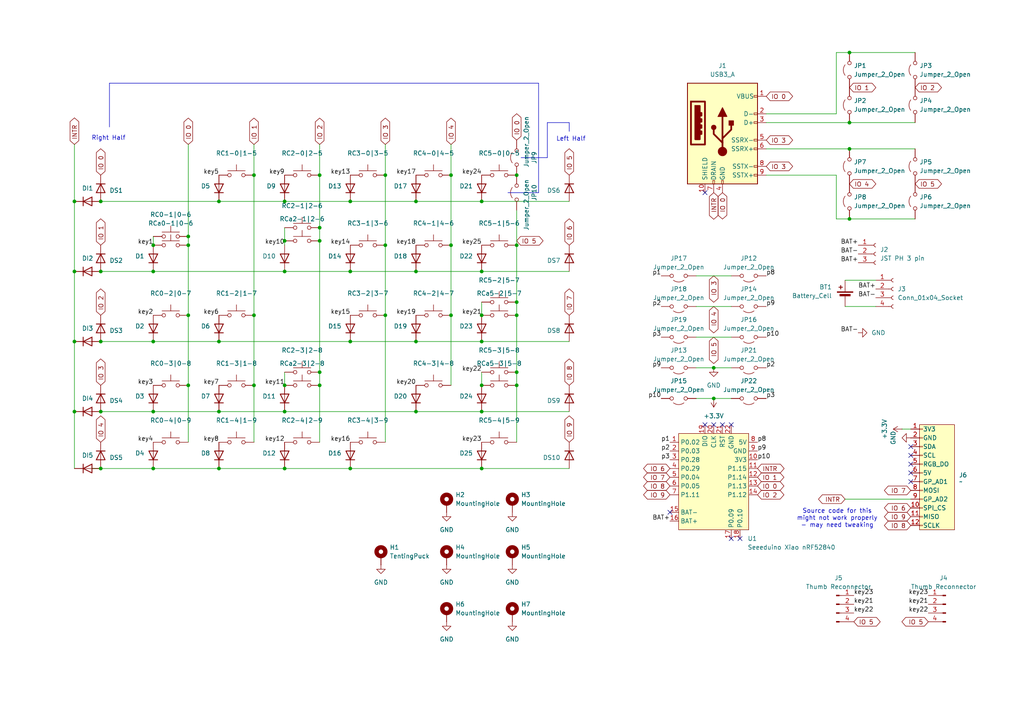
<source format=kicad_sch>
(kicad_sch (version 20231120) (generator "eeschema") (generator_version "8.0")
  (paper "A4")
  (junction (at 246.38 35.56))
  (junction (at 111.76 50.8))
  (junction (at 29.21 119.38))
  (junction (at 130.81 50.8))
  (junction (at 92.71 69.85))
  (junction (at 21.59 119.38))
  (junction (at 149.86 111.76))
  (junction (at 21.59 99.06))
  (junction (at 44.45 71.12))
  (junction (at 120.65 58.42))
  (junction (at 149.86 87.63))
  (junction (at 63.5 119.38))
  (junction (at 139.7 58.42))
  (junction (at 82.55 78.74))
  (junction (at 63.5 99.06))
  (junction (at 101.6 135.89))
  (junction (at 139.7 111.76))
  (junction (at 246.38 43.18))
  (junction (at 111.76 71.12))
  (junction (at 149.86 91.44))
  (junction (at 101.6 58.42))
  (junction (at 139.7 119.38))
  (junction (at 139.7 91.44))
  (junction (at 82.55 111.76))
  (junction (at 149.86 50.8))
  (junction (at 44.45 119.38))
  (junction (at 149.86 107.95))
  (junction (at 246.38 15.24))
  (junction (at 21.59 78.74))
  (junction (at 73.66 111.76))
  (junction (at 54.61 111.76))
  (junction (at 130.81 91.44))
  (junction (at 139.7 135.89))
  (junction (at 82.55 135.89))
  (junction (at 207.01 106.68))
  (junction (at 29.21 78.74))
  (junction (at 92.71 111.76))
  (junction (at 29.21 99.06))
  (junction (at 82.55 69.85))
  (junction (at 207.01 115.57))
  (junction (at 149.86 71.12))
  (junction (at 120.65 119.38))
  (junction (at 29.21 135.89))
  (junction (at 111.76 91.44))
  (junction (at 73.66 91.44))
  (junction (at 44.45 99.06))
  (junction (at 92.71 107.95))
  (junction (at 92.71 50.8))
  (junction (at 82.55 119.38))
  (junction (at 63.5 58.42))
  (junction (at 82.55 58.42))
  (junction (at 21.59 58.42))
  (junction (at 54.61 68.58))
  (junction (at 101.6 99.06))
  (junction (at 44.45 135.89))
  (junction (at 44.45 78.74))
  (junction (at 139.7 99.06))
  (junction (at 54.61 91.44))
  (junction (at 29.21 58.42))
  (junction (at 120.65 78.74))
  (junction (at 92.71 66.04))
  (junction (at 120.65 99.06))
  (junction (at 73.66 50.8))
  (junction (at 139.7 78.74))
  (junction (at 246.38 63.5))
  (junction (at 54.61 71.12))
  (junction (at 130.81 71.12))
  (junction (at 101.6 78.74))
  (junction (at 63.5 135.89))
  (no_connect (at 264.16 139.7))
  (no_connect (at 204.47 55.88))
  (no_connect (at 209.55 123.19))
  (no_connect (at 264.16 137.16))
  (no_connect (at 264.16 129.54))
  (no_connect (at 214.63 156.21))
  (no_connect (at 207.01 123.19))
  (no_connect (at 212.09 123.19))
  (no_connect (at 264.16 132.08))
  (no_connect (at 264.16 134.62))
  (no_connect (at 204.47 123.19))
  (no_connect (at 212.09 156.21))
  (no_connect (at 194.31 148.59))
  (wire (pts (xy 21.59 58.42) (xy 21.59 78.74)))
  (wire (pts (xy 149.86 91.44) (xy 149.86 107.95)))
  (wire (pts (xy 21.59 99.06) (xy 21.59 119.38)))
  (wire (pts (xy 54.61 41.91) (xy 54.61 68.58)))
  (wire (pts (xy 201.93 97.79) (xy 212.09 97.79)))
  (polyline (pts (xy 156.21 55.88) (xy 156.21 24.13)))
  (wire (pts (xy 111.76 71.12) (xy 111.76 91.44)))
  (polyline (pts (xy 31.75 24.13) (xy 31.75 36.83)))
  (wire (pts (xy 201.93 106.68) (xy 207.01 106.68)))
  (wire (pts (xy 130.81 91.44) (xy 130.81 111.76)))
  (wire (pts (xy 44.45 135.89) (xy 63.5 135.89)))
  (wire (pts (xy 139.7 87.63) (xy 139.7 91.44)))
  (wire (pts (xy 245.11 81.28) (xy 254 81.28)))
  (wire (pts (xy 246.38 63.5) (xy 265.43 63.5)))
  (wire (pts (xy 201.93 115.57) (xy 207.01 115.57)))
  (polyline (pts (xy 151.13 45.72) (xy 158.75 45.72)))
  (wire (pts (xy 242.57 15.24) (xy 246.38 15.24)))
  (wire (pts (xy 82.55 78.74) (xy 101.6 78.74)))
  (wire (pts (xy 63.5 99.06) (xy 101.6 99.06)))
  (wire (pts (xy 54.61 91.44) (xy 54.61 111.76)))
  (wire (pts (xy 120.65 99.06) (xy 139.7 99.06)))
  (wire (pts (xy 242.57 50.8) (xy 242.57 63.5)))
  (wire (pts (xy 92.71 111.76) (xy 92.71 128.27)))
  (wire (pts (xy 149.86 87.63) (xy 149.86 91.44)))
  (wire (pts (xy 54.61 68.58) (xy 54.61 71.12)))
  (wire (pts (xy 242.57 50.8) (xy 222.25 50.8)))
  (wire (pts (xy 139.7 99.06) (xy 165.1 99.06)))
  (polyline (pts (xy 158.75 45.72) (xy 158.75 35.56)))
  (wire (pts (xy 92.71 69.85) (xy 92.71 107.95)))
  (wire (pts (xy 245.11 144.78) (xy 264.16 144.78)))
  (wire (pts (xy 111.76 41.91) (xy 111.76 50.8)))
  (wire (pts (xy 101.6 58.42) (xy 120.65 58.42)))
  (wire (pts (xy 92.71 41.91) (xy 92.71 50.8)))
  (wire (pts (xy 246.38 43.18) (xy 265.43 43.18)))
  (wire (pts (xy 29.21 58.42) (xy 63.5 58.42)))
  (wire (pts (xy 201.93 88.9) (xy 212.09 88.9)))
  (wire (pts (xy 111.76 50.8) (xy 111.76 71.12)))
  (wire (pts (xy 101.6 135.89) (xy 139.7 135.89)))
  (wire (pts (xy 261.62 124.46) (xy 264.16 124.46)))
  (wire (pts (xy 21.59 41.91) (xy 21.59 58.42)))
  (wire (pts (xy 82.55 66.04) (xy 82.55 69.85)))
  (wire (pts (xy 101.6 78.74) (xy 120.65 78.74)))
  (wire (pts (xy 54.61 111.76) (xy 54.61 128.27)))
  (wire (pts (xy 44.45 119.38) (xy 63.5 119.38)))
  (wire (pts (xy 222.25 43.18) (xy 246.38 43.18)))
  (wire (pts (xy 246.38 15.24) (xy 265.43 15.24)))
  (wire (pts (xy 222.25 35.56) (xy 246.38 35.56)))
  (polyline (pts (xy 156.21 24.13) (xy 31.75 24.13)))
  (wire (pts (xy 120.65 78.74) (xy 139.7 78.74)))
  (wire (pts (xy 130.81 50.8) (xy 130.81 71.12)))
  (wire (pts (xy 149.86 71.12) (xy 149.86 87.63)))
  (wire (pts (xy 73.66 50.8) (xy 73.66 91.44)))
  (wire (pts (xy 73.66 41.91) (xy 73.66 50.8)))
  (wire (pts (xy 29.21 135.89) (xy 44.45 135.89)))
  (wire (pts (xy 111.76 91.44) (xy 111.76 128.27)))
  (wire (pts (xy 245.11 88.9) (xy 254 88.9)))
  (wire (pts (xy 44.45 78.74) (xy 82.55 78.74)))
  (wire (pts (xy 29.21 119.38) (xy 44.45 119.38)))
  (wire (pts (xy 130.81 41.91) (xy 130.81 50.8)))
  (wire (pts (xy 139.7 135.89) (xy 165.1 135.89)))
  (wire (pts (xy 207.01 106.68) (xy 212.09 106.68)))
  (wire (pts (xy 82.55 107.95) (xy 82.55 111.76)))
  (wire (pts (xy 73.66 111.76) (xy 73.66 128.27)))
  (wire (pts (xy 165.1 119.38) (xy 139.7 119.38)))
  (wire (pts (xy 63.5 58.42) (xy 82.55 58.42)))
  (wire (pts (xy 242.57 33.02) (xy 242.57 15.24)))
  (wire (pts (xy 82.55 58.42) (xy 101.6 58.42)))
  (wire (pts (xy 92.71 107.95) (xy 92.71 111.76)))
  (wire (pts (xy 130.81 71.12) (xy 130.81 91.44)))
  (wire (pts (xy 29.21 99.06) (xy 44.45 99.06)))
  (wire (pts (xy 82.55 119.38) (xy 120.65 119.38)))
  (wire (pts (xy 242.57 63.5) (xy 246.38 63.5)))
  (wire (pts (xy 149.86 60.96) (xy 149.86 71.12)))
  (wire (pts (xy 63.5 119.38) (xy 82.55 119.38)))
  (wire (pts (xy 29.21 135.89) (xy 26.67 135.89)))
  (wire (pts (xy 149.86 107.95) (xy 149.86 111.76)))
  (wire (pts (xy 101.6 99.06) (xy 120.65 99.06)))
  (wire (pts (xy 242.57 33.02) (xy 222.25 33.02)))
  (polyline (pts (xy 147.32 55.88) (xy 156.21 55.88)))
  (wire (pts (xy 139.7 78.74) (xy 165.1 78.74)))
  (wire (pts (xy 120.65 119.38) (xy 139.7 119.38)))
  (wire (pts (xy 29.21 78.74) (xy 44.45 78.74)))
  (wire (pts (xy 44.45 68.58) (xy 44.45 71.12)))
  (wire (pts (xy 139.7 58.42) (xy 165.1 58.42)))
  (wire (pts (xy 82.55 135.89) (xy 101.6 135.89)))
  (wire (pts (xy 139.7 107.95) (xy 139.7 111.76)))
  (wire (pts (xy 201.93 80.01) (xy 212.09 80.01)))
  (wire (pts (xy 92.71 66.04) (xy 92.71 69.85)))
  (polyline (pts (xy 165.1 35.56) (xy 165.1 38.1)))
  (wire (pts (xy 44.45 99.06) (xy 63.5 99.06)))
  (wire (pts (xy 82.55 69.85) (xy 82.55 71.12)))
  (wire (pts (xy 92.71 50.8) (xy 92.71 66.04)))
  (wire (pts (xy 21.59 119.38) (xy 21.59 135.89)))
  (wire (pts (xy 73.66 91.44) (xy 73.66 111.76)))
  (wire (pts (xy 207.01 115.57) (xy 212.09 115.57)))
  (wire (pts (xy 246.38 35.56) (xy 265.43 35.56)))
  (wire (pts (xy 54.61 71.12) (xy 54.61 91.44)))
  (polyline (pts (xy 158.75 35.56) (xy 165.1 35.56)))
  (wire (pts (xy 120.65 58.42) (xy 139.7 58.42)))
  (wire (pts (xy 63.5 135.89) (xy 82.55 135.89)))
  (wire (pts (xy 21.59 78.74) (xy 21.59 99.06)))
  (wire (pts (xy 149.86 111.76) (xy 149.86 128.27)))
  (text "Source code for this\nmight not work properly\n- may need tweaking" (at 242.824 150.368 0) (effects (font (size 1.27 1.27))))
  (text "Right Half" (at 31.496 40.132 0) (effects (font (size 1.27 1.27))))
  (text "Left Half" (at 165.608 40.386 0) (effects (font (size 1.27 1.27))))
  (label "key22" (at 139.7 107.95 180))
  (label "key23" (at 139.7 128.27 180))
  (label "p9" (at 222.25 88.9 0))
  (label "BAT+" (at 254 83.82 180))
  (label "p2" (at 194.31 130.81 180))
  (label "key21" (at 139.7 91.44 180))
  (label "key8" (at 63.5 128.27 180))
  (label "key20" (at 120.65 111.76 180))
  (label "p3" (at 191.77 97.79 180))
  (label "key19" (at 120.65 91.44 180))
  (label "p9" (at 191.77 106.68 180))
  (label "key23" (at 247.65 172.72 0))
  (label "BAT+" (at 248.92 76.2 180))
  (label "key14" (at 101.6 71.12 180))
  (label "key21" (at 269.24 175.26 180))
  (label "key5" (at 63.5 50.8 180))
  (label "key22" (at 269.24 177.8 180))
  (label "key17" (at 120.65 50.8 180))
  (label "key13" (at 101.6 50.8 180))
  (label "BAT-" (at 248.92 96.52 180))
  (label "key10" (at 82.55 71.12 180))
  (label "key24" (at 139.7 50.8 180))
  (label "p3" (at 194.31 133.35 180))
  (label "p8" (at 222.25 80.01 0))
  (label "key2" (at 44.45 91.44 180))
  (label "key18" (at 120.65 71.12 180))
  (label "p2" (at 191.77 88.9 180))
  (label "key9" (at 82.55 50.8 180))
  (label "p10" (at 191.77 115.57 180))
  (label "p1" (at 191.77 80.01 180))
  (label "key6" (at 63.5 91.44 180))
  (label "key7" (at 63.5 111.76 180))
  (label "key25" (at 139.7 71.12 180))
  (label "p9" (at 219.71 130.81 0))
  (label "p2" (at 222.25 106.68 0))
  (label "key16" (at 101.6 128.27 180))
  (label "key15" (at 101.6 91.44 180))
  (label "key12" (at 82.55 128.27 180))
  (label "key1" (at 44.45 71.12 180))
  (label "key11" (at 82.55 111.76 180))
  (label "p10" (at 219.71 133.35 0))
  (label "BAT-" (at 254 86.36 180))
  (label "key22" (at 247.65 177.8 0))
  (label "p3" (at 222.25 115.57 0))
  (label "key3" (at 44.45 111.76 180))
  (label "p10" (at 222.25 97.79 0))
  (label "p8" (at 219.71 128.27 0))
  (label "BAT+" (at 248.92 71.12 180))
  (label "key21" (at 247.65 175.26 0))
  (label "key23" (at 269.24 172.72 180))
  (label "BAT-" (at 248.92 73.66 180))
  (label "BAT+" (at 194.31 151.13 180))
  (label "p1" (at 194.31 128.27 180))
  (label "key4" (at 44.45 128.27 180))
  (global_label "IO 2" (shape bidirectional) (at 265.43 25.4 0) (property "Intersheetrefs" "${INTERSHEET_REFS}" (effects (hide yes))))
  (global_label "IO 0" (shape bidirectional) (at 29.21 50.8 90) (property "Intersheetrefs" "${INTERSHEET_REFS}" (effects (hide yes))))
  (global_label "IO 6" (shape bidirectional) (at 194.31 135.89 180) (property "Intersheetrefs" "${INTERSHEET_REFS}" (effects (hide yes))))
  (global_label "IO 3" (shape bidirectional) (at 207.01 80.01 270) (property "Intersheetrefs" "${INTERSHEET_REFS}" (effects (hide yes))))
  (global_label "IO 4" (shape bidirectional) (at 130.81 41.91 90) (property "Intersheetrefs" "${INTERSHEET_REFS}" (effects (hide yes))))
  (global_label "IO 5" (shape bidirectional) (at 207.01 97.79 270) (property "Intersheetrefs" "${INTERSHEET_REFS}" (effects (hide yes))))
  (global_label "IO 8" (shape bidirectional) (at 165.1 111.76 90) (property "Intersheetrefs" "${INTERSHEET_REFS}" (effects (hide yes))))
  (global_label "IO 0" (shape bidirectional) (at 54.61 41.91 90) (property "Intersheetrefs" "${INTERSHEET_REFS}" (effects (hide yes))))
  (global_label "IO 2" (shape bidirectional) (at 92.71 41.91 90) (property "Intersheetrefs" "${INTERSHEET_REFS}" (effects (hide yes))))
  (global_label "IO 9" (shape bidirectional) (at 194.31 143.51 180) (property "Intersheetrefs" "${INTERSHEET_REFS}" (effects (hide yes))))
  (global_label "IO 1" (shape bidirectional) (at 246.38 25.4 0) (property "Intersheetrefs" "${INTERSHEET_REFS}" (effects (hide yes))))
  (global_label "INTR" (shape bidirectional) (at 207.01 55.88 270) (property "Intersheetrefs" "${INTERSHEET_REFS}" (effects (hide yes))))
  (global_label "IO 8" (shape bidirectional) (at 264.16 152.4 180) (property "Intersheetrefs" "${INTERSHEET_REFS}" (effects (hide yes))))
  (global_label "IO 9" (shape bidirectional) (at 165.1 128.27 90) (property "Intersheetrefs" "${INTERSHEET_REFS}" (effects (hide yes))))
  (global_label "IO 4" (shape bidirectional) (at 246.38 53.34 0) (property "Intersheetrefs" "${INTERSHEET_REFS}" (effects (hide yes))))
  (global_label "IO 2" (shape bidirectional) (at 29.21 91.44 90) (property "Intersheetrefs" "${INTERSHEET_REFS}" (effects (hide yes))))
  (global_label "IO 4" (shape bidirectional) (at 207.01 88.9 270) (property "Intersheetrefs" "${INTERSHEET_REFS}" (effects (hide yes))))
  (global_label "IO 1" (shape bidirectional) (at 219.71 138.43 0) (property "Intersheetrefs" "${INTERSHEET_REFS}" (effects (hide yes))))
  (global_label "IO 1" (shape bidirectional) (at 73.66 41.91 90) (property "Intersheetrefs" "${INTERSHEET_REFS}" (effects (hide yes))))
  (global_label "IO 1" (shape bidirectional) (at 29.21 71.12 90) (property "Intersheetrefs" "${INTERSHEET_REFS}" (effects (hide yes))))
  (global_label "IO 5" (shape bidirectional) (at 269.24 180.34 180) (property "Intersheetrefs" "${INTERSHEET_REFS}" (effects (hide yes))))
  (global_label "IO 0" (shape bidirectional) (at 219.71 140.97 0) (property "Intersheetrefs" "${INTERSHEET_REFS}" (effects (hide yes))))
  (global_label "IO 6" (shape bidirectional) (at 264.16 147.32 180) (property "Intersheetrefs" "${INTERSHEET_REFS}" (effects (hide yes))))
  (global_label "IO 7" (shape bidirectional) (at 165.1 91.44 90) (property "Intersheetrefs" "${INTERSHEET_REFS}" (effects (hide yes))))
  (global_label "IO 4" (shape bidirectional) (at 29.21 128.27 90) (property "Intersheetrefs" "${INTERSHEET_REFS}" (effects (hide yes))))
  (global_label "IO 5" (shape bidirectional) (at 265.43 53.34 0) (property "Intersheetrefs" "${INTERSHEET_REFS}" (effects (hide yes))))
  (global_label "INTR" (shape bidirectional) (at 245.11 144.78 180) (property "Intersheetrefs" "${INTERSHEET_REFS}" (effects (hide yes))))
  (global_label "INTR" (shape bidirectional) (at 21.59 41.91 90) (property "Intersheetrefs" "${INTERSHEET_REFS}" (effects (hide yes))))
  (global_label "IO 9" (shape bidirectional) (at 264.16 149.86 180) (property "Intersheetrefs" "${INTERSHEET_REFS}" (effects (hide yes))))
  (global_label "IO 3" (shape bidirectional) (at 29.21 111.76 90) (property "Intersheetrefs" "${INTERSHEET_REFS}" (effects (hide yes))))
  (global_label "IO 3" (shape bidirectional) (at 111.76 41.91 90) (property "Intersheetrefs" "${INTERSHEET_REFS}" (effects (hide yes))))
  (global_label "IO 0" (shape bidirectional) (at 149.86 40.64 90) (property "Intersheetrefs" "${INTERSHEET_REFS}" (effects (hide yes))))
  (global_label "IO 3" (shape bidirectional) (at 222.25 48.26 0) (property "Intersheetrefs" "${INTERSHEET_REFS}" (effects (hide yes))))
  (global_label "IO 0" (shape bidirectional) (at 209.55 55.88 270) (property "Intersheetrefs" "${INTERSHEET_REFS}" (effects (hide yes))))
  (global_label "IO 0" (shape bidirectional) (at 222.25 27.94 0) (property "Intersheetrefs" "${INTERSHEET_REFS}" (effects (hide yes))))
  (global_label "IO 5" (shape bidirectional) (at 149.86 69.85 0) (property "Intersheetrefs" "${INTERSHEET_REFS}" (effects (hide yes))))
  (global_label "IO 3" (shape bidirectional) (at 222.25 40.64 0) (property "Intersheetrefs" "${INTERSHEET_REFS}" (effects (hide yes))))
  (global_label "IO 8" (shape bidirectional) (at 194.31 140.97 180) (property "Intersheetrefs" "${INTERSHEET_REFS}" (effects (hide yes))))
  (global_label "INTR" (shape bidirectional) (at 219.71 135.89 0) (property "Intersheetrefs" "${INTERSHEET_REFS}" (effects (hide yes))))
  (global_label "IO 7" (shape bidirectional) (at 194.31 138.43 180) (property "Intersheetrefs" "${INTERSHEET_REFS}" (effects (hide yes))))
  (global_label "IO 5" (shape bidirectional) (at 165.1 50.8 90) (property "Intersheetrefs" "${INTERSHEET_REFS}" (effects (hide yes))))
  (global_label "IO 6" (shape bidirectional) (at 165.1 71.12 90) (property "Intersheetrefs" "${INTERSHEET_REFS}" (effects (hide yes))))
  (global_label "IO 5" (shape bidirectional) (at 247.65 180.34 0) (property "Intersheetrefs" "${INTERSHEET_REFS}" (effects (hide yes))))
  (global_label "IO 2" (shape bidirectional) (at 219.71 143.51 0) (property "Intersheetrefs" "${INTERSHEET_REFS}" (effects (hide yes))))
  (global_label "IO 7" (shape bidirectional) (at 264.16 142.24 180) (property "Intersheetrefs" "${INTERSHEET_REFS}" (effects (hide yes))))
  (symbol (lib_id "Diode:1N4148") (at 120.65 74.93 270) (mirror x) (unit 1)
    (property "Reference" "D18" (at 118.11 74.295 90) (effects (justify right)))
    (property "Value" "1N4148" (effects (hide yes)))
    (property "Footprint" "PCM_marbastlib-xp-various:D-SOD123-DO35-7mm-horizontal-combo_rev" (effects (hide yes)))
    (property "Datasheet" "https://assets.nexperia.com/documents/data-sheet/1N4148_1N4448.pdf" (effects (hide yes)))
    (property "Sim.Device" "D" (effects (hide yes)))
    (property "Sim.Pins" "1=K 2=A" (effects (hide yes)))
  )
  (symbol (lib_id "Jumper:Jumper_2_Open") (at 265.43 20.32 90) (unit 1) (exclude_from_sim yes)
    (property "Reference" "JP3" (at 266.7 19.0499 90) (effects (justify right)))
    (property "Value" "Jumper_2_Open" (at 266.7 21.5899 90) (effects (justify right)))
    (property "Footprint" "Jumper:SolderJumper-2_P1.3mm_Open_RoundedPad1.0x1.5mm" (effects (hide yes)))
    (property "Description" "Jumper, 2-pole, open" (effects (hide yes)))
  )
  (symbol (lib_id "Jumper:Jumper_2_Open") (at 149.86 45.72 90) (mirror x) (unit 1) (exclude_from_sim yes)
    (property "Reference" "JP9" (at 154.94 45.72 0))
    (property "Value" "Jumper_2_Open" (at 152.654 41.148 0))
    (property "Footprint" "Jumper:SolderJumper-2_P1.3mm_Open_RoundedPad1.0x1.5mm" (effects (hide yes)))
    (property "Description" "Jumper, 2-pole, open" (effects (hide yes)))
  )
  (symbol (lib_id "Jumper:Jumper_2_Open") (at 217.17 115.57 0) (mirror x) (unit 1) (exclude_from_sim yes)
    (property "Reference" "JP22" (at 217.17 110.49 0))
    (property "Value" "Jumper_2_Open" (at 217.17 113.03 0))
    (property "Footprint" "Jumper:SolderJumper-2_P1.3mm_Open_RoundedPad1.0x1.5mm" (effects (hide yes)))
    (property "Description" "Jumper, 2-pole, open" (effects (hide yes)))
  )
  (symbol (lib_id "PCM_marbastlib-promicroish:Seeeduino_Xiao_nRF52840") (at 207.01 142.24 0) (unit 1) (in_bom no)
    (property "Reference" "U1" (at 216.8241 156.21 0) (effects (justify left)))
    (property "Value" "Seeeduino Xiao nRF52840" (at 216.8241 158.75 0) (effects (justify left)))
    (property "Footprint" "PCM_marbastlib-xp-various:xiao+zero_combo" (effects (hide yes)))
    (property "Description" "Symbol for a Seeeduino Xiao nRF52840" (effects (hide yes)))
  )
  (symbol (lib_id "Jumper:Jumper_2_Open") (at 246.38 30.48 90) (unit 1) (exclude_from_sim yes)
    (property "Reference" "JP2" (at 247.65 29.2099 90) (effects (justify right)))
    (property "Value" "Jumper_2_Open" (at 247.65 31.7499 90) (effects (justify right)))
    (property "Footprint" "Jumper:SolderJumper-2_P1.3mm_Open_RoundedPad1.0x1.5mm" (effects (hide yes)))
    (property "Description" "Jumper, 2-pole, open" (effects (hide yes)))
  )
  (symbol (lib_id "Diode:1N4148") (at 44.45 115.57 270) (mirror x) (unit 1)
    (property "Reference" "D3" (at 41.91 114.935 90) (effects (justify right)))
    (property "Value" "1N4148" (effects (hide yes)))
    (property "Footprint" "PCM_marbastlib-xp-various:D-SOD123-DO35-7mm-horizontal-combo_rev" (effects (hide yes)))
    (property "Datasheet" "https://assets.nexperia.com/documents/data-sheet/1N4148_1N4448.pdf" (effects (hide yes)))
    (property "Sim.Device" "D" (effects (hide yes)))
    (property "Sim.Pins" "1=K 2=A" (effects (hide yes)))
  )
  (symbol (lib_id "power:GND") (at 129.54 163.83 0) (unit 1)
    (property "Reference" "#PWR09" (effects (hide yes)))
    (property "Value" "GND" (at 129.54 168.91 0))
    (property "Description" "Power symbol creates a global label with name \"GND\" , ground" (effects (hide yes)))
  )
  (symbol (lib_id "Diode:1N4148") (at 165.1 95.25 270) (unit 1)
    (property "Reference" "DS8" (at 162.56 95.885 90) (effects (justify right)))
    (property "Value" "1N4148" (effects (hide yes)))
    (property "Footprint" "PCM_marbastlib-xp-various:D-SOD123-DO35-7mm-horizontal-combo" (effects (hide yes)))
    (property "Datasheet" "https://assets.nexperia.com/documents/data-sheet/1N4148_1N4448.pdf" (effects (hide yes)))
    (property "Sim.Device" "D" (effects (hide yes)))
    (property "Sim.Pins" "1=K 2=A" (effects (hide yes)))
  )
  (symbol (lib_id "Jumper:Jumper_2_Open") (at 196.85 106.68 0) (mirror x) (unit 1) (exclude_from_sim yes)
    (property "Reference" "JP13" (at 196.85 101.6 0))
    (property "Value" "Jumper_2_Open" (at 196.85 104.14 0))
    (property "Footprint" "Jumper:SolderJumper-2_P1.3mm_Open_RoundedPad1.0x1.5mm" (effects (hide yes)))
    (property "Description" "Jumper, 2-pole, open" (effects (hide yes)))
  )
  (symbol (lib_id "Diode:1N4148") (at 120.65 95.25 270) (mirror x) (unit 1)
    (property "Reference" "D19" (at 118.11 94.615 90) (effects (justify right)))
    (property "Value" "1N4148" (effects (hide yes)))
    (property "Footprint" "PCM_marbastlib-xp-various:D-SOD123-DO35-7mm-horizontal-combo_rev" (effects (hide yes)))
    (property "Datasheet" "https://assets.nexperia.com/documents/data-sheet/1N4148_1N4448.pdf" (effects (hide yes)))
    (property "Sim.Device" "D" (effects (hide yes)))
    (property "Sim.Pins" "1=K 2=A" (effects (hide yes)))
  )
  (symbol (lib_id "Diode:1N4148") (at 82.55 132.08 270) (mirror x) (unit 1)
    (property "Reference" "D12" (at 80.01 131.445 90) (effects (justify right)))
    (property "Value" "1N4148" (effects (hide yes)))
    (property "Footprint" "PCM_marbastlib-xp-various:D-SOD123-DO35-7mm-horizontal-combo_rev" (effects (hide yes)))
    (property "Datasheet" "https://assets.nexperia.com/documents/data-sheet/1N4148_1N4448.pdf" (effects (hide yes)))
    (property "Sim.Device" "D" (effects (hide yes)))
    (property "Sim.Pins" "1=K 2=A" (effects (hide yes)))
  )
  (symbol (lib_id "Switch:SW_Push") (at 144.78 128.27 0) (mirror y) (unit 1)
    (property "Reference" "RC5-4|5-9" (at 144.78 121.92 0))
    (property "Value" "SW_Push" (effects (hide yes)))
    (property "Footprint" "PCM_marbastlib-xp-choc:Chocv12_reversible_hotswap" (effects (hide yes)))
  )
  (symbol (lib_id "Diode:1N4148") (at 101.6 95.25 270) (mirror x) (unit 1)
    (property "Reference" "D15" (at 99.06 94.615 90) (effects (justify right)))
    (property "Value" "1N4148" (effects (hide yes)))
    (property "Footprint" "PCM_marbastlib-xp-various:D-SOD123-DO35-7mm-horizontal-combo_rev" (effects (hide yes)))
    (property "Datasheet" "https://assets.nexperia.com/documents/data-sheet/1N4148_1N4448.pdf" (effects (hide yes)))
    (property "Sim.Device" "D" (effects (hide yes)))
    (property "Sim.Pins" "1=K 2=A" (effects (hide yes)))
  )
  (symbol (lib_id "Switch:SW_Push") (at 87.63 66.04 0) (mirror y) (unit 1)
    (property "Reference" "RC2-1|2-6" (at 87.63 59.69 0))
    (property "Value" "SW_Push" (effects (hide yes)))
    (property "Footprint" "PCM_marbastlib-xp-choc:Chocv12_reversible_hotswap_no_middle" (effects (hide yes)))
  )
  (symbol (lib_id "Switch:SW_Push") (at 144.78 87.63 0) (mirror y) (unit 1)
    (property "Reference" "RC5-2|5-7" (at 144.78 81.28 0))
    (property "Value" "SW_Push" (effects (hide yes)))
    (property "Footprint" "PCM_marbastlib-xp-choc:Chocv12_reversible_hotswap" (effects (hide yes)))
  )
  (symbol (lib_id "Mechanical:MountingHole_Pad") (at 110.49 161.29 0) (unit 1) (exclude_from_sim yes) (in_bom no)
    (property "Reference" "H1" (at 113.03 158.7499 0) (effects (justify left)))
    (property "Value" "TentingPuck" (at 113.03 161.2899 0) (effects (justify left)))
    (property "Footprint" "PCM_marbastlib-various:TentingPuck" (effects (hide yes)))
    (property "Description" "Mounting Hole with connection" (effects (hide yes)))
  )
  (symbol (lib_id "Diode:1N4148") (at 25.4 135.89 0) (unit 1)
    (property "Reference" "DI5" (at 25.4 132.08 0))
    (property "Value" "1N4148" (effects (hide yes)))
    (property "Footprint" "PCM_marbastlib-xp-various:D-SOD123-DO35-7mm-horizontal-combo_rev" (effects (hide yes)))
    (property "Datasheet" "https://assets.nexperia.com/documents/data-sheet/1N4148_1N4448.pdf" (effects (hide yes)))
    (property "Sim.Device" "D" (effects (hide yes)))
    (property "Sim.Pins" "1=K 2=A" (effects (hide yes)))
  )
  (symbol (lib_id "Diode:1N4148") (at 44.45 74.93 270) (mirror x) (unit 1)
    (property "Reference" "D1" (at 41.91 74.295 90) (effects (justify right)))
    (property "Value" "1N4148" (effects (hide yes)))
    (property "Footprint" "PCM_marbastlib-xp-various:D-SOD123-DO35-7mm-horizontal-combo_rev" (effects (hide yes)))
    (property "Datasheet" "https://assets.nexperia.com/documents/data-sheet/1N4148_1N4448.pdf" (effects (hide yes)))
    (property "Sim.Device" "D" (effects (hide yes)))
    (property "Sim.Pins" "1=K 2=A" (effects (hide yes)))
  )
  (symbol (lib_id "Diode:1N4148") (at 63.5 54.61 270) (mirror x) (unit 1)
    (property "Reference" "D5" (at 60.96 53.975 90) (effects (justify right)))
    (property "Value" "1N4148" (effects (hide yes)))
    (property "Footprint" "PCM_marbastlib-xp-various:D-SOD123-DO35-7mm-horizontal-combo_rev" (effects (hide yes)))
    (property "Datasheet" "https://assets.nexperia.com/documents/data-sheet/1N4148_1N4448.pdf" (effects (hide yes)))
    (property "Sim.Device" "D" (effects (hide yes)))
    (property "Sim.Pins" "1=K 2=A" (effects (hide yes)))
  )
  (symbol (lib_id "Jumper:Jumper_2_Open") (at 217.17 97.79 0) (mirror x) (unit 1) (exclude_from_sim yes)
    (property "Reference" "JP16" (at 217.17 92.71 0))
    (property "Value" "Jumper_2_Open" (at 217.17 95.25 0))
    (property "Footprint" "Jumper:SolderJumper-2_P1.3mm_Open_RoundedPad1.0x1.5mm" (effects (hide yes)))
    (property "Description" "Jumper, 2-pole, open" (effects (hide yes)))
  )
  (symbol (lib_id "Switch:SW_Push") (at 87.63 107.95 0) (mirror y) (unit 1)
    (property "Reference" "RC2-3|2-8" (at 87.63 101.6 0))
    (property "Value" "SW_Push" (effects (hide yes)))
    (property "Footprint" "PCM_marbastlib-xp-choc:Chocv12_reversible_hotswap_no_middle" (effects (hide yes)))
  )
  (symbol (lib_id "Diode:1N4148") (at 165.1 132.08 270) (unit 1)
    (property "Reference" "DS10" (at 162.56 132.715 90) (effects (justify right)))
    (property "Value" "1N4148" (effects (hide yes)))
    (property "Footprint" "PCM_marbastlib-xp-various:D-SOD123-DO35-7mm-horizontal-combo" (effects (hide yes)))
    (property "Datasheet" "https://assets.nexperia.com/documents/data-sheet/1N4148_1N4448.pdf" (effects (hide yes)))
    (property "Sim.Device" "D" (effects (hide yes)))
    (property "Sim.Pins" "1=K 2=A" (effects (hide yes)))
  )
  (symbol (lib_id "Mechanical:MountingHole_Pad") (at 148.59 161.29 0) (unit 1) (exclude_from_sim yes)
    (property "Reference" "H5" (at 151.13 158.7499 0) (effects (justify left)))
    (property "Value" "MountingHole" (at 151.13 161.2899 0) (effects (justify left)))
    (property "Footprint" "MountingHole:MountingHole_2.2mm_M2_DIN965_Pad" (effects (hide yes)))
    (property "Description" "Mounting Hole with connection" (effects (hide yes)))
  )
  (symbol (lib_id "Switch:SW_Push") (at 144.78 50.8 0) (mirror y) (unit 1)
    (property "Reference" "RC5-0|0-5" (at 144.78 44.45 0))
    (property "Value" "SW_Push" (effects (hide yes)))
    (property "Footprint" "PCM_marbastlib-xp-choc:Chocv12_reversible_hotswap" (effects (hide yes)))
  )
  (symbol (lib_id "Diode:1N4148") (at 29.21 54.61 90) (mirror x) (unit 1)
    (property "Reference" "DS1" (at 31.75 55.245 90) (effects (justify right)))
    (property "Value" "1N4148" (effects (hide yes)))
    (property "Footprint" "PCM_marbastlib-xp-various:D-SOD123-DO35-7mm-horizontal-combo" (effects (hide yes)))
    (property "Datasheet" "https://assets.nexperia.com/documents/data-sheet/1N4148_1N4448.pdf" (effects (hide yes)))
    (property "Sim.Device" "D" (effects (hide yes)))
    (property "Sim.Pins" "1=K 2=A" (effects (hide yes)))
  )
  (symbol (lib_id "power:GND") (at 207.01 106.68 0) (unit 1)
    (property "Reference" "#PWR01" (effects (hide yes)))
    (property "Value" "GND" (at 207.01 111.76 0))
    (property "Description" "Power symbol creates a global label with name \"GND\" , ground" (effects (hide yes)))
  )
  (symbol (lib_id "Switch:SW_Push") (at 125.73 91.44 0) (mirror y) (unit 1)
    (property "Reference" "RC4-2|4-7" (at 125.73 85.09 0))
    (property "Value" "SW_Push" (effects (hide yes)))
    (property "Footprint" "PCM_marbastlib-xp-choc:Chocv12_reversible_hotswap" (effects (hide yes)))
  )
  (symbol (lib_id "Switch:SW_Push") (at 68.58 50.8 0) (mirror y) (unit 1)
    (property "Reference" "RC1-0|1-5" (at 68.58 44.45 0))
    (property "Value" "SW_Push" (effects (hide yes)))
    (property "Footprint" "PCM_marbastlib-xp-choc:Chocv12_reversible_hotswap" (effects (hide yes)))
  )
  (symbol (lib_id "Connector:Conn_01x04_Socket") (at 259.08 83.82 0) (unit 1)
    (property "Reference" "J3" (at 260.35 83.8199 0) (effects (justify left)))
    (property "Value" "Conn_01x04_Socket" (at 260.35 86.3599 0) (effects (justify left)))
    (property "Footprint" "PCM_marbastlib-xp-various:BMS 1S" (effects (hide yes)))
    (property "Description" "Generic connector, single row, 01x04, script generated" (effects (hide yes)))
  )
  (symbol (lib_id "Jumper:Jumper_2_Open") (at 246.38 20.32 90) (unit 1) (exclude_from_sim yes)
    (property "Reference" "JP1" (at 247.65 19.0499 90) (effects (justify right)))
    (property "Value" "Jumper_2_Open" (at 247.65 21.5899 90) (effects (justify right)))
    (property "Footprint" "Jumper:SolderJumper-2_P1.3mm_Open_RoundedPad1.0x1.5mm" (effects (hide yes)))
    (property "Description" "Jumper, 2-pole, open" (effects (hide yes)))
  )
  (symbol (lib_id "Switch:SW_Push") (at 49.53 91.44 0) (mirror y) (unit 1)
    (property "Reference" "RC0-2|0-7" (at 49.53 85.09 0))
    (property "Value" "SW_Push" (effects (hide yes)))
    (property "Footprint" "PCM_marbastlib-xp-choc:Chocv12_reversible_hotswap" (effects (hide yes)))
  )
  (symbol (lib_id "Diode:1N4148") (at 29.21 74.93 90) (mirror x) (unit 1)
    (property "Reference" "DS2" (at 31.75 75.565 90) (effects (justify right)))
    (property "Value" "1N4148" (effects (hide yes)))
    (property "Footprint" "PCM_marbastlib-xp-various:D-SOD123-DO35-7mm-horizontal-combo" (effects (hide yes)))
    (property "Datasheet" "https://assets.nexperia.com/documents/data-sheet/1N4148_1N4448.pdf" (effects (hide yes)))
    (property "Sim.Device" "D" (effects (hide yes)))
    (property "Sim.Pins" "1=K 2=A" (effects (hide yes)))
  )
  (symbol (lib_id "Diode:1N4148") (at 101.6 132.08 270) (mirror x) (unit 1)
    (property "Reference" "D16" (at 99.06 131.445 90) (effects (justify right)))
    (property "Value" "1N4148" (effects (hide yes)))
    (property "Footprint" "PCM_marbastlib-xp-various:D-SOD123-DO35-7mm-horizontal-combo_rev" (effects (hide yes)))
    (property "Datasheet" "https://assets.nexperia.com/documents/data-sheet/1N4148_1N4448.pdf" (effects (hide yes)))
    (property "Sim.Device" "D" (effects (hide yes)))
    (property "Sim.Pins" "1=K 2=A" (effects (hide yes)))
  )
  (symbol (lib_id "Diode:1N4148") (at 63.5 115.57 270) (mirror x) (unit 1)
    (property "Reference" "D7" (at 60.96 114.935 90) (effects (justify right)))
    (property "Value" "1N4148" (effects (hide yes)))
    (property "Footprint" "PCM_marbastlib-xp-various:D-SOD123-DO35-7mm-horizontal-combo_rev" (effects (hide yes)))
    (property "Datasheet" "https://assets.nexperia.com/documents/data-sheet/1N4148_1N4448.pdf" (effects (hide yes)))
    (property "Sim.Device" "D" (effects (hide yes)))
    (property "Sim.Pins" "1=K 2=A" (effects (hide yes)))
  )
  (symbol (lib_id "Jumper:Jumper_2_Open") (at 217.17 106.68 0) (mirror x) (unit 1) (exclude_from_sim yes)
    (property "Reference" "JP21" (at 217.17 101.6 0))
    (property "Value" "Jumper_2_Open" (at 217.17 104.14 0))
    (property "Footprint" "Jumper:SolderJumper-2_P1.3mm_Open_RoundedPad1.0x1.5mm" (effects (hide yes)))
    (property "Description" "Jumper, 2-pole, open" (effects (hide yes)))
  )
  (symbol (lib_id "Switch:SW_Push") (at 49.53 111.76 0) (mirror y) (unit 1)
    (property "Reference" "RC0-3|0-8" (at 49.53 105.41 0))
    (property "Value" "SW_Push" (effects (hide yes)))
    (property "Footprint" "PCM_marbastlib-xp-choc:Chocv12_reversible_hotswap" (effects (hide yes)))
  )
  (symbol (lib_id "Jumper:Jumper_2_Open") (at 149.86 55.88 90) (mirror x) (unit 1) (exclude_from_sim yes)
    (property "Reference" "JP10" (at 154.94 55.88 0))
    (property "Value" "Jumper_2_Open" (at 152.654 59.436 0))
    (property "Footprint" "Jumper:SolderJumper-2_P1.3mm_Open_RoundedPad1.0x1.5mm" (effects (hide yes)))
    (property "Description" "Jumper, 2-pole, open" (effects (hide yes)))
  )
  (symbol (lib_id "Diode:1N4148") (at 29.21 115.57 90) (mirror x) (unit 1)
    (property "Reference" "DS4" (at 31.75 116.205 90) (effects (justify right)))
    (property "Value" "1N4148" (effects (hide yes)))
    (property "Footprint" "PCM_marbastlib-xp-various:D-SOD123-DO35-7mm-horizontal-combo" (effects (hide yes)))
    (property "Datasheet" "https://assets.nexperia.com/documents/data-sheet/1N4148_1N4448.pdf" (effects (hide yes)))
    (property "Sim.Device" "D" (effects (hide yes)))
    (property "Sim.Pins" "1=K 2=A" (effects (hide yes)))
  )
  (symbol (lib_id "Connector:Conn_01x04_Pin") (at 242.57 175.26 0) (unit 1)
    (property "Reference" "J5" (at 243.205 167.64 0))
    (property "Value" "Thumb Reconnector" (at 243.205 170.18 0))
    (property "Footprint" "Connector_PinHeader_2.54mm:PinHeader_1x04_P2.54mm_Vertical" (effects (hide yes)))
    (property "Description" "Generic connector, single row, 01x04, script generated" (effects (hide yes)))
  )
  (symbol (lib_id "Switch:SW_Push") (at 68.58 91.44 0) (mirror y) (unit 1)
    (property "Reference" "RC1-2|1-7" (at 68.58 85.09 0))
    (property "Value" "SW_Push" (effects (hide yes)))
    (property "Footprint" "PCM_marbastlib-xp-choc:Chocv12_reversible_hotswap" (effects (hide yes)))
  )
  (symbol (lib_id "Diode:1N4148") (at 82.55 74.93 270) (mirror x) (unit 1)
    (property "Reference" "D10" (at 80.01 74.295 90) (effects (justify right)))
    (property "Value" "1N4148" (effects (hide yes)))
    (property "Footprint" "PCM_marbastlib-xp-various:D-SOD123-DO35-7mm-horizontal-combo_rev" (effects (hide yes)))
    (property "Datasheet" "https://assets.nexperia.com/documents/data-sheet/1N4148_1N4448.pdf" (effects (hide yes)))
    (property "Sim.Device" "D" (effects (hide yes)))
    (property "Sim.Pins" "1=K 2=A" (effects (hide yes)))
  )
  (symbol (lib_id "Jumper:Jumper_2_Open") (at 217.17 80.01 0) (mirror x) (unit 1) (exclude_from_sim yes)
    (property "Reference" "JP12" (at 217.17 74.93 0))
    (property "Value" "Jumper_2_Open" (at 217.17 77.47 0))
    (property "Footprint" "Jumper:SolderJumper-2_P1.3mm_Open_RoundedPad1.0x1.5mm" (effects (hide yes)))
    (property "Description" "Jumper, 2-pole, open" (effects (hide yes)))
  )
  (symbol (lib_id "Switch:SW_Push") (at 144.78 107.95 0) (mirror y) (unit 1)
    (property "Reference" "RC5-3|5-8" (at 144.78 101.6 0))
    (property "Value" "SW_Push" (effects (hide yes)))
    (property "Footprint" "PCM_marbastlib-xp-choc:Chocv12_reversible_hotswap" (effects (hide yes)))
  )
  (symbol (lib_id "Diode:1N4148") (at 101.6 74.93 270) (mirror x) (unit 1)
    (property "Reference" "D14" (at 99.06 74.295 90) (effects (justify right)))
    (property "Value" "1N4148" (effects (hide yes)))
    (property "Footprint" "PCM_marbastlib-xp-various:D-SOD123-DO35-7mm-horizontal-combo_rev" (effects (hide yes)))
    (property "Datasheet" "https://assets.nexperia.com/documents/data-sheet/1N4148_1N4448.pdf" (effects (hide yes)))
    (property "Sim.Device" "D" (effects (hide yes)))
    (property "Sim.Pins" "1=K 2=A" (effects (hide yes)))
  )
  (symbol (lib_id "Diode:1N4148") (at 165.1 74.93 270) (unit 1)
    (property "Reference" "DS7" (at 162.56 75.565 90) (effects (justify right)))
    (property "Value" "1N4148" (effects (hide yes)))
    (property "Footprint" "PCM_marbastlib-xp-various:D-SOD123-DO35-7mm-horizontal-combo" (effects (hide yes)))
    (property "Datasheet" "https://assets.nexperia.com/documents/data-sheet/1N4148_1N4448.pdf" (effects (hide yes)))
    (property "Sim.Device" "D" (effects (hide yes)))
    (property "Sim.Pins" "1=K 2=A" (effects (hide yes)))
  )
  (symbol (lib_id "Switch:SW_Push") (at 106.68 71.12 0) (mirror y) (unit 1)
    (property "Reference" "RC3-1|3-6" (at 106.68 64.77 0))
    (property "Value" "SW_Push" (effects (hide yes)))
    (property "Footprint" "PCM_marbastlib-xp-choc:Chocv12_reversible_hotswap" (effects (hide yes)))
  )
  (symbol (lib_id "Switch:SW_Push") (at 49.53 68.58 0) (mirror y) (unit 1)
    (property "Reference" "RC0-1|0-6" (at 49.53 62.23 0))
    (property "Value" "SW_Push" (effects (hide yes)))
    (property "Footprint" "PCM_marbastlib-xp-choc:Chocv12_reversible_hotswap_no_middle" (effects (hide yes)))
  )
  (symbol (lib_id "Switch:SW_Push") (at 106.68 91.44 0) (mirror y) (unit 1)
    (property "Reference" "RC3-2|3-7" (at 106.68 85.09 0))
    (property "Value" "SW_Push" (effects (hide yes)))
    (property "Footprint" "PCM_marbastlib-xp-choc:Chocv12_reversible_hotswap" (effects (hide yes)))
  )
  (symbol (lib_id "power:GND") (at 148.59 163.83 0) (unit 1)
    (property "Reference" "#PWR010" (effects (hide yes)))
    (property "Value" "GND" (at 148.59 168.91 0))
    (property "Description" "Power symbol creates a global label with name \"GND\" , ground" (effects (hide yes)))
  )
  (symbol (lib_id "power:GND") (at 264.16 127 270) (unit 1)
    (property "Reference" "#PWR03" (effects (hide yes)))
    (property "Value" "GND" (at 259.08 127 0))
    (property "Description" "Power symbol creates a global label with name \"GND\" , ground" (effects (hide yes)))
  )
  (symbol (lib_id "Switch:SW_Push") (at 87.63 50.8 0) (mirror y) (unit 1)
    (property "Reference" "RC2-0|2-5" (at 87.63 44.45 0))
    (property "Value" "SW_Push" (effects (hide yes)))
    (property "Footprint" "PCM_marbastlib-xp-choc:Chocv12_reversible_hotswap" (effects (hide yes)))
  )
  (symbol (lib_id "Diode:1N4148") (at 139.7 95.25 270) (mirror x) (unit 1)
    (property "Reference" "D23" (at 137.16 94.615 90) (effects (justify right)))
    (property "Value" "1N4148" (effects (hide yes)))
    (property "Footprint" "PCM_marbastlib-xp-various:D-SOD123-DO35-7mm-horizontal-combo_rev" (effects (hide yes)))
    (property "Datasheet" "https://assets.nexperia.com/documents/data-sheet/1N4148_1N4448.pdf" (effects (hide yes)))
    (property "Sim.Device" "D" (effects (hide yes)))
    (property "Sim.Pins" "1=K 2=A" (effects (hide yes)))
  )
  (symbol (lib_id "Switch:SW_Push") (at 144.78 71.12 0) (mirror y) (unit 1)
    (property "Reference" "RC5-1|5-6" (at 144.78 64.77 0))
    (property "Value" "SW_Push" (effects (hide yes)))
    (property "Footprint" "PCM_marbastlib-xp-choc:Chocv12_reversible_hotswap" (effects (hide yes)))
  )
  (symbol (lib_id "power:GND") (at 148.59 180.34 0) (unit 1)
    (property "Reference" "#PWR012" (effects (hide yes)))
    (property "Value" "GND" (at 148.59 185.42 0))
    (property "Description" "Power symbol creates a global label with name \"GND\" , ground" (effects (hide yes)))
  )
  (symbol (lib_id "Switch:SW_Push") (at 87.63 128.27 0) (mirror y) (unit 1)
    (property "Reference" "RC2-4|2-9" (at 87.63 121.92 0))
    (property "Value" "SW_Push" (effects (hide yes)))
    (property "Footprint" "PCM_marbastlib-xp-choc:Chocv12_reversible_hotswap" (effects (hide yes)))
  )
  (symbol (lib_id "Jumper:Jumper_2_Open") (at 196.85 115.57 0) (mirror x) (unit 1) (exclude_from_sim yes)
    (property "Reference" "JP15" (at 196.85 110.49 0))
    (property "Value" "Jumper_2_Open" (at 196.85 113.03 0))
    (property "Footprint" "Jumper:SolderJumper-2_P1.3mm_Open_RoundedPad1.0x1.5mm" (effects (hide yes)))
    (property "Description" "Jumper, 2-pole, open" (effects (hide yes)))
  )
  (symbol (lib_id "Jumper:Jumper_2_Open") (at 265.43 58.42 90) (unit 1) (exclude_from_sim yes)
    (property "Reference" "JP6" (at 266.7 57.1499 90) (effects (justify right)))
    (property "Value" "Jumper_2_Open" (at 266.7 59.6899 90) (effects (justify right)))
    (property "Footprint" "Jumper:SolderJumper-2_P1.3mm_Open_RoundedPad1.0x1.5mm" (effects (hide yes)))
    (property "Description" "Jumper, 2-pole, open" (effects (hide yes)))
  )
  (symbol (lib_id "Mechanical:MountingHole_Pad") (at 129.54 177.8 0) (unit 1) (exclude_from_sim yes)
    (property "Reference" "H6" (at 132.08 175.2599 0) (effects (justify left)))
    (property "Value" "MountingHole" (at 132.08 177.7999 0) (effects (justify left)))
    (property "Footprint" "MountingHole:MountingHole_2.2mm_M2_DIN965_Pad" (effects (hide yes)))
    (property "Description" "Mounting Hole with connection" (effects (hide yes)))
  )
  (symbol (lib_id "Connector:USB3_A") (at 209.55 38.1 0) (unit 1)
    (property "Reference" "J1" (at 209.55 19.05 0))
    (property "Value" "USB3_A" (at 209.55 21.59 0))
    (property "Footprint" "PCM_marbastlib-various:USB3_A_Aliexpress" (effects (hide yes)))
    (property "Description" "USB 3.0 A connector" (effects (hide yes)))
  )
  (symbol (lib_id "Switch:SW_Push") (at 125.73 50.8 0) (mirror y) (unit 1)
    (property "Reference" "RC4-0|4-5" (at 125.73 44.45 0))
    (property "Value" "SW_Push" (effects (hide yes)))
    (property "Footprint" "PCM_marbastlib-xp-choc:Chocv12_reversible_hotswap" (effects (hide yes)))
  )
  (symbol (lib_id "Mechanical:MountingHole_Pad") (at 148.59 146.05 0) (unit 1) (exclude_from_sim yes)
    (property "Reference" "H3" (at 151.13 143.5099 0) (effects (justify left)))
    (property "Value" "MountingHole" (at 151.13 146.0499 0) (effects (justify left)))
    (property "Footprint" "MountingHole:MountingHole_2.2mm_M2_DIN965_Pad" (effects (hide yes)))
    (property "Description" "Mounting Hole with connection" (effects (hide yes)))
  )
  (symbol (lib_id "power:GND") (at 129.54 148.59 0) (unit 1)
    (property "Reference" "#PWR07" (effects (hide yes)))
    (property "Value" "GND" (at 129.54 153.67 0))
    (property "Description" "Power symbol creates a global label with name \"GND\" , ground" (effects (hide yes)))
  )
  (symbol (lib_id "Switch:SW_Push") (at 87.63 111.76 0) (mirror y) (unit 1)
    (property "Reference" "RCa2-3|2-8" (at 87.63 105.41 0))
    (property "Value" "SW_Push" (effects (hide yes)))
    (property "Footprint" "PCM_marbastlib-xp-choc:Chocv12_reversible_hotswap_no_middle" (effects (hide yes)))
  )
  (symbol (lib_id "Diode:1N4148") (at 165.1 54.61 270) (unit 1)
    (property "Reference" "DS6" (at 162.56 55.245 90) (effects (justify right)))
    (property "Value" "1N4148" (effects (hide yes)))
    (property "Footprint" "PCM_marbastlib-xp-various:D-SOD123-DO35-7mm-horizontal-combo" (effects (hide yes)))
    (property "Datasheet" "https://assets.nexperia.com/documents/data-sheet/1N4148_1N4448.pdf" (effects (hide yes)))
    (property "Sim.Device" "D" (effects (hide yes)))
    (property "Sim.Pins" "1=K 2=A" (effects (hide yes)))
  )
  (symbol (lib_id "Switch:SW_Push") (at 68.58 111.76 0) (mirror y) (unit 1)
    (property "Reference" "RC1-3|1-8" (at 68.58 105.41 0))
    (property "Value" "SW_Push" (effects (hide yes)))
    (property "Footprint" "PCM_marbastlib-xp-choc:Chocv12_reversible_hotswap" (effects (hide yes)))
  )
  (symbol (lib_id "power:GND") (at 148.59 148.59 0) (unit 1)
    (property "Reference" "#PWR08" (effects (hide yes)))
    (property "Value" "GND" (at 148.59 153.67 0))
    (property "Description" "Power symbol creates a global label with name \"GND\" , ground" (effects (hide yes)))
  )
  (symbol (lib_id "Diode:1N4148") (at 120.65 54.61 270) (mirror x) (unit 1)
    (property "Reference" "D17" (at 118.11 53.975 90) (effects (justify right)))
    (property "Value" "1N4148" (effects (hide yes)))
    (property "Footprint" "PCM_marbastlib-xp-various:D-SOD123-DO35-7mm-horizontal-combo_rev" (effects (hide yes)))
    (property "Datasheet" "https://assets.nexperia.com/documents/data-sheet/1N4148_1N4448.pdf" (effects (hide yes)))
    (property "Sim.Device" "D" (effects (hide yes)))
    (property "Sim.Pins" "1=K 2=A" (effects (hide yes)))
  )
  (symbol (lib_id "Jumper:Jumper_2_Open") (at 246.38 48.26 90) (unit 1) (exclude_from_sim yes)
    (property "Reference" "JP7" (at 247.65 46.9899 90) (effects (justify right)))
    (property "Value" "Jumper_2_Open" (at 247.65 49.5299 90) (effects (justify right)))
    (property "Footprint" "Jumper:SolderJumper-2_P1.3mm_Open_RoundedPad1.0x1.5mm" (effects (hide yes)))
    (property "Description" "Jumper, 2-pole, open" (effects (hide yes)))
  )
  (symbol (lib_id "Diode:1N4148") (at 63.5 95.25 270) (mirror x) (unit 1)
    (property "Reference" "D6" (at 60.96 94.615 90) (effects (justify right)))
    (property "Value" "1N4148" (effects (hide yes)))
    (property "Footprint" "PCM_marbastlib-xp-various:D-SOD123-DO35-7mm-horizontal-combo_rev" (effects (hide yes)))
    (property "Datasheet" "https://assets.nexperia.com/documents/data-sheet/1N4148_1N4448.pdf" (effects (hide yes)))
    (property "Sim.Device" "D" (effects (hide yes)))
    (property "Sim.Pins" "1=K 2=A" (effects (hide yes)))
  )
  (symbol (lib_id "Jumper:Jumper_2_Open") (at 217.17 88.9 0) (mirror x) (unit 1) (exclude_from_sim yes)
    (property "Reference" "JP14" (at 217.17 83.82 0))
    (property "Value" "Jumper_2_Open" (at 217.17 86.36 0))
    (property "Footprint" "Jumper:SolderJumper-2_P1.3mm_Open_RoundedPad1.0x1.5mm" (effects (hide yes)))
    (property "Description" "Jumper, 2-pole, open" (effects (hide yes)))
  )
  (symbol (lib_id "vik:vik-keyboard-connector") (at 271.78 137.16 0) (unit 1)
    (property "Reference" "J6" (at 278.13 137.7949 0) (effects (justify left)))
    (property "Value" "~" (at 278.13 139.7 0) (effects (justify left)))
    (property "Footprint" "vik:vik-keyboard-connector-vertical" (effects (hide yes)))
  )
  (symbol (lib_id "Diode:1N4148") (at 120.65 115.57 270) (mirror x) (unit 1)
    (property "Reference" "D20" (at 118.11 114.935 90) (effects (justify right)))
    (property "Value" "1N4148" (effects (hide yes)))
    (property "Footprint" "PCM_marbastlib-xp-various:D-SOD123-DO35-7mm-horizontal-combo_rev" (effects (hide yes)))
    (property "Datasheet" "https://assets.nexperia.com/documents/data-sheet/1N4148_1N4448.pdf" (effects (hide yes)))
    (property "Sim.Device" "D" (effects (hide yes)))
    (property "Sim.Pins" "1=K 2=A" (effects (hide yes)))
  )
  (symbol (lib_id "Diode:1N4148") (at 25.4 119.38 0) (unit 1)
    (property "Reference" "DI4" (at 25.4 115.57 0))
    (property "Value" "1N4148" (effects (hide yes)))
    (property "Footprint" "PCM_marbastlib-xp-various:D-SOD123-DO35-7mm-horizontal-combo_rev" (effects (hide yes)))
    (property "Datasheet" "https://assets.nexperia.com/documents/data-sheet/1N4148_1N4448.pdf" (effects (hide yes)))
    (property "Sim.Device" "D" (effects (hide yes)))
    (property "Sim.Pins" "1=K 2=A" (effects (hide yes)))
  )
  (symbol (lib_id "Connector:Conn_01x03_Socket") (at 254 73.66 0) (unit 1)
    (property "Reference" "J2" (at 255.27 72.3899 0) (effects (justify left)))
    (property "Value" "JST PH 3 pin" (at 255.27 74.9299 0) (effects (justify left)))
    (property "Footprint" "Connector_JST:JST_PH_S3B-PH-K_1x03_P2.00mm_Horizontal" (effects (hide yes)))
    (property "Description" "Generic connector, single row, 01x03, script generated" (effects (hide yes)))
  )
  (symbol (lib_id "Jumper:Jumper_2_Open") (at 196.85 88.9 0) (mirror x) (unit 1) (exclude_from_sim yes)
    (property "Reference" "JP18" (at 196.85 83.82 0))
    (property "Value" "Jumper_2_Open" (at 196.85 86.36 0))
    (property "Footprint" "Jumper:SolderJumper-2_P1.3mm_Open_RoundedPad1.0x1.5mm" (effects (hide yes)))
    (property "Description" "Jumper, 2-pole, open" (effects (hide yes)))
  )
  (symbol (lib_id "Switch:SW_Push") (at 125.73 71.12 0) (mirror y) (unit 1)
    (property "Reference" "RC4-1|4-6" (at 125.73 64.77 0))
    (property "Value" "SW_Push" (effects (hide yes)))
    (property "Footprint" "PCM_marbastlib-xp-choc:Chocv12_reversible_hotswap" (effects (hide yes)))
  )
  (symbol (lib_id "Switch:SW_Push") (at 106.68 50.8 0) (mirror y) (unit 1)
    (property "Reference" "RC3-0|3-5" (at 106.68 44.45 0))
    (property "Value" "SW_Push" (effects (hide yes)))
    (property "Footprint" "PCM_marbastlib-xp-choc:Chocv12_reversible_hotswap" (effects (hide yes)))
  )
  (symbol (lib_id "Jumper:Jumper_2_Open") (at 265.43 30.48 90) (unit 1) (exclude_from_sim yes)
    (property "Reference" "JP4" (at 266.7 29.2099 90) (effects (justify right)))
    (property "Value" "Jumper_2_Open" (at 266.7 31.7499 90) (effects (justify right)))
    (property "Footprint" "Jumper:SolderJumper-2_P1.3mm_Open_RoundedPad1.0x1.5mm" (effects (hide yes)))
    (property "Description" "Jumper, 2-pole, open" (effects (hide yes)))
  )
  (symbol (lib_id "Jumper:Jumper_2_Open") (at 265.43 48.26 90) (unit 1) (exclude_from_sim yes)
    (property "Reference" "JP5" (at 266.7 46.9899 90) (effects (justify right)))
    (property "Value" "Jumper_2_Open" (at 266.7 49.5299 90) (effects (justify right)))
    (property "Footprint" "Jumper:SolderJumper-2_P1.3mm_Open_RoundedPad1.0x1.5mm" (effects (hide yes)))
    (property "Description" "Jumper, 2-pole, open" (effects (hide yes)))
  )
  (symbol (lib_id "Mechanical:MountingHole_Pad") (at 129.54 146.05 0) (unit 1) (exclude_from_sim yes)
    (property "Reference" "H2" (at 132.08 143.5099 0) (effects (justify left)))
    (property "Value" "MountingHole" (at 132.08 146.0499 0) (effects (justify left)))
    (property "Footprint" "MountingHole:MountingHole_2.2mm_M2_DIN965_Pad" (effects (hide yes)))
    (property "Description" "Mounting Hole with connection" (effects (hide yes)))
  )
  (symbol (lib_id "Diode:1N4148") (at 82.55 115.57 270) (mirror x) (unit 1)
    (property "Reference" "D11" (at 80.01 114.935 90) (effects (justify right)))
    (property "Value" "1N4148" (effects (hide yes)))
    (property "Footprint" "PCM_marbastlib-xp-various:D-SOD123-DO35-7mm-horizontal-combo_rev" (effects (hide yes)))
    (property "Datasheet" "https://assets.nexperia.com/documents/data-sheet/1N4148_1N4448.pdf" (effects (hide yes)))
    (property "Sim.Device" "D" (effects (hide yes)))
    (property "Sim.Pins" "1=K 2=A" (effects (hide yes)))
  )
  (symbol (lib_id "Switch:SW_Push") (at 68.58 128.27 0) (mirror y) (unit 1)
    (property "Reference" "RC1-4|1-9" (at 68.58 121.92 0))
    (property "Value" "SW_Push" (effects (hide yes)))
    (property "Footprint" "PCM_marbastlib-xp-choc:Chocv12_reversible_hotswap" (effects (hide yes)))
  )
  (symbol (lib_id "Jumper:Jumper_2_Open") (at 196.85 97.79 0) (mirror x) (unit 1) (exclude_from_sim yes)
    (property "Reference" "JP19" (at 196.85 92.71 0))
    (property "Value" "Jumper_2_Open" (at 196.85 95.25 0))
    (property "Footprint" "Jumper:SolderJumper-2_P1.3mm_Open_RoundedPad1.0x1.5mm" (effects (hide yes)))
    (property "Description" "Jumper, 2-pole, open" (effects (hide yes)))
  )
  (symbol (lib_id "Switch:SW_Push") (at 144.78 111.76 0) (mirror y) (unit 1)
    (property "Reference" "RCa5-3|5-8" (at 144.78 105.41 0))
    (property "Value" "SW_Push" (effects (hide yes)))
    (property "Footprint" "PCM_marbastlib-xp-choc:Chocv12_reversible_hotswap" (effects (hide yes)))
  )
  (symbol (lib_id "Connector:Conn_01x04_Pin") (at 274.32 175.26 0) (mirror y) (unit 1)
    (property "Reference" "J4" (at 273.685 167.64 0))
    (property "Value" "Thumb Reconnector" (at 273.685 170.18 0))
    (property "Footprint" "Connector_PinHeader_2.54mm:PinHeader_1x04_P2.54mm_Vertical" (effects (hide yes)))
    (property "Description" "Generic connector, single row, 01x04, script generated" (effects (hide yes)))
  )
  (symbol (lib_id "Switch:SW_Push") (at 49.53 71.12 0) (mirror y) (unit 1)
    (property "Reference" "RCa0-1|0-6" (at 49.53 64.77 0))
    (property "Value" "SW_Push" (effects (hide yes)))
    (property "Footprint" "PCM_marbastlib-xp-choc:Chocv12_reversible_hotswap" (effects (hide yes)))
  )
  (symbol (lib_id "Mechanical:MountingHole_Pad") (at 129.54 161.29 0) (unit 1) (exclude_from_sim yes)
    (property "Reference" "H4" (at 132.08 158.7499 0) (effects (justify left)))
    (property "Value" "MountingHole" (at 132.08 161.2899 0) (effects (justify left)))
    (property "Footprint" "MountingHole:MountingHole_2.2mm_M2_DIN965_Pad" (effects (hide yes)))
    (property "Description" "Mounting Hole with connection" (effects (hide yes)))
  )
  (symbol (lib_id "power:GND") (at 248.92 96.52 90) (unit 1)
    (property "Reference" "#PWR04" (effects (hide yes)))
    (property "Value" "GND" (at 252.73 96.5199 90) (effects (justify right)))
    (property "Description" "Power symbol creates a global label with name \"GND\" , ground" (effects (hide yes)))
  )
  (symbol (lib_id "power:GND") (at 129.54 180.34 0) (unit 1)
    (property "Reference" "#PWR011" (effects (hide yes)))
    (property "Value" "GND" (at 129.54 185.42 0))
    (property "Description" "Power symbol creates a global label with name \"GND\" , ground" (effects (hide yes)))
  )
  (symbol (lib_id "Diode:1N4148") (at 25.4 58.42 0) (unit 1)
    (property "Reference" "DI1" (at 25.4 54.61 0))
    (property "Value" "1N4148" (effects (hide yes)))
    (property "Footprint" "PCM_marbastlib-xp-various:D-SOD123-DO35-7mm-horizontal-combo_rev" (effects (hide yes)))
    (property "Datasheet" "https://assets.nexperia.com/documents/data-sheet/1N4148_1N4448.pdf" (effects (hide yes)))
    (property "Sim.Device" "D" (effects (hide yes)))
    (property "Sim.Pins" "1=K 2=A" (effects (hide yes)))
  )
  (symbol (lib_id "power:+3.3V") (at 207.01 115.57 180) (unit 1)
    (property "Reference" "#PWR05" (effects (hide yes)))
    (property "Value" "+3.3V" (at 207.01 120.65 0))
    (property "Description" "Power symbol creates a global label with name \"+3.3V\"" (effects (hide yes)))
  )
  (symbol (lib_id "Switch:SW_Push") (at 106.68 128.27 0) (mirror y) (unit 1)
    (property "Reference" "RC3-4|3-9" (at 106.68 121.92 0))
    (property "Value" "SW_Push" (effects (hide yes)))
    (property "Footprint" "PCM_marbastlib-xp-choc:Chocv12_reversible_hotswap" (effects (hide yes)))
  )
  (symbol (lib_id "power:GND") (at 110.49 163.83 0) (unit 1)
    (property "Reference" "#PWR02" (effects (hide yes)))
    (property "Value" "GND" (at 110.49 168.91 0))
    (property "Description" "Power symbol creates a global label with name \"GND\" , ground" (effects (hide yes)))
  )
  (symbol (lib_id "Diode:1N4148") (at 139.7 132.08 270) (mirror x) (unit 1)
    (property "Reference" "D25" (at 137.16 131.445 90) (effects (justify right)))
    (property "Value" "1N4148" (effects (hide yes)))
    (property "Footprint" "PCM_marbastlib-xp-various:D-SOD123-DO35-7mm-horizontal-combo_rev" (effects (hide yes)))
    (property "Datasheet" "https://assets.nexperia.com/documents/data-sheet/1N4148_1N4448.pdf" (effects (hide yes)))
    (property "Sim.Device" "D" (effects (hide yes)))
    (property "Sim.Pins" "1=K 2=A" (effects (hide yes)))
  )
  (symbol (lib_id "Diode:1N4148") (at 63.5 132.08 270) (mirror x) (unit 1)
    (property "Reference" "D8" (at 60.96 131.445 90) (effects (justify right)))
    (property "Value" "1N4148" (effects (hide yes)))
    (property "Footprint" "PCM_marbastlib-xp-various:D-SOD123-DO35-7mm-horizontal-combo_rev" (effects (hide yes)))
    (property "Datasheet" "https://assets.nexperia.com/documents/data-sheet/1N4148_1N4448.pdf" (effects (hide yes)))
    (property "Sim.Device" "D" (effects (hide yes)))
    (property "Sim.Pins" "1=K 2=A" (effects (hide yes)))
  )
  (symbol (lib_id "Jumper:Jumper_2_Open") (at 196.85 80.01 0) (mirror x) (unit 1) (exclude_from_sim yes)
    (property "Reference" "JP17" (at 196.85 74.93 0))
    (property "Value" "Jumper_2_Open" (at 196.85 77.47 0))
    (property "Footprint" "Jumper:SolderJumper-2_P1.3mm_Open_RoundedPad1.0x1.5mm" (effects (hide yes)))
    (property "Description" "Jumper, 2-pole, open" (effects (hide yes)))
  )
  (symbol (lib_id "Diode:1N4148") (at 82.55 54.61 270) (mirror x) (unit 1)
    (property "Reference" "D9" (at 80.01 53.975 90) (effects (justify right)))
    (property "Value" "1N4148" (effects (hide yes)))
    (property "Footprint" "PCM_marbastlib-xp-various:D-SOD123-DO35-7mm-horizontal-combo_rev" (effects (hide yes)))
    (property "Datasheet" "https://assets.nexperia.com/documents/data-sheet/1N4148_1N4448.pdf" (effects (hide yes)))
    (property "Sim.Device" "D" (effects (hide yes)))
    (property "Sim.Pins" "1=K 2=A" (effects (hide yes)))
  )
  (symbol (lib_id "Jumper:Jumper_2_Open") (at 246.38 58.42 90) (unit 1) (exclude_from_sim yes)
    (property "Reference" "JP8" (at 247.6764 57.1499 90) (effects (justify right)))
    (property "Value" "Jumper_2_Open" (at 247.6764 59.6899 90) (effects (justify right)))
    (property "Footprint" "Jumper:SolderJumper-2_P1.3mm_Open_RoundedPad1.0x1.5mm" (effects (hide yes)))
    (property "Description" "Jumper, 2-pole, open" (effects (hide yes)))
  )
  (symbol (lib_id "power:+3.3V") (at 261.62 124.46 90) (unit 1)
    (property "Reference" "#PWR06" (effects (hide yes)))
    (property "Value" "+3.3V" (at 256.54 124.46 0))
    (property "Description" "Power symbol creates a global label with name \"+3.3V\"" (effects (hide yes)))
  )
  (symbol (lib_id "Mechanical:MountingHole_Pad") (at 148.59 177.8 0) (unit 1) (exclude_from_sim yes)
    (property "Reference" "H7" (at 151.13 175.2599 0) (effects (justify left)))
    (property "Value" "MountingHole" (at 151.13 177.7999 0) (effects (justify left)))
    (property "Footprint" "MountingHole:MountingHole_2.2mm_M2_DIN965_Pad" (effects (hide yes)))
    (property "Description" "Mounting Hole with connection" (effects (hide yes)))
  )
  (symbol (lib_id "Switch:SW_Push") (at 87.63 69.85 0) (mirror y) (unit 1)
    (property "Reference" "RCa2-1|2-6" (at 87.63 63.5 0))
    (property "Value" "SW_Push" (effects (hide yes)))
    (property "Footprint" "PCM_marbastlib-xp-choc:Chocv12_reversible_hotswap_no_middle" (effects (hide yes)))
  )
  (symbol (lib_id "Diode:1N4148") (at 139.7 74.93 270) (mirror x) (unit 1)
    (property "Reference" "D22" (at 137.16 74.295 90) (effects (justify right)))
    (property "Value" "1N4148" (effects (hide yes)))
    (property "Footprint" "PCM_marbastlib-xp-various:D-SOD123-DO35-7mm-horizontal-combo_rev" (effects (hide yes)))
    (property "Datasheet" "https://assets.nexperia.com/documents/data-sheet/1N4148_1N4448.pdf" (effects (hide yes)))
    (property "Sim.Device" "D" (effects (hide yes)))
    (property "Sim.Pins" "1=K 2=A" (effects (hide yes)))
  )
  (symbol (lib_id "Diode:1N4148") (at 44.45 132.08 270) (mirror x) (unit 1)
    (property "Reference" "D4" (at 41.91 131.445 90) (effects (justify right)))
    (property "Value" "1N4148" (effects (hide yes)))
    (property "Footprint" "PCM_marbastlib-xp-various:D-SOD123-DO35-7mm-horizontal-combo_rev" (effects (hide yes)))
    (property "Datasheet" "https://assets.nexperia.com/documents/data-sheet/1N4148_1N4448.pdf" (effects (hide yes)))
    (property "Sim.Device" "D" (effects (hide yes)))
    (property "Sim.Pins" "1=K 2=A" (effects (hide yes)))
  )
  (symbol (lib_id "Switch:SW_Push") (at 125.73 111.76 0) (mirror y) (unit 1)
    (property "Reference" "RC4-3|4-8" (at 125.73 105.41 0))
    (property "Value" "SW_Push" (effects (hide yes)))
    (property "Footprint" "PCM_marbastlib-xp-choc:Chocv12_reversible_hotswap" (effects (hide yes)))
  )
  (symbol (lib_id "Diode:1N4148") (at 101.6 54.61 270) (mirror x) (unit 1)
    (property "Reference" "D13" (at 99.06 53.975 90) (effects (justify right)))
    (property "Value" "1N4148" (effects (hide yes)))
    (property "Footprint" "PCM_marbastlib-xp-various:D-SOD123-DO35-7mm-horizontal-combo_rev" (effects (hide yes)))
    (property "Datasheet" "https://assets.nexperia.com/documents/data-sheet/1N4148_1N4448.pdf" (effects (hide yes)))
    (property "Sim.Device" "D" (effects (hide yes)))
    (property "Sim.Pins" "1=K 2=A" (effects (hide yes)))
  )
  (symbol (lib_id "Diode:1N4148") (at 139.7 54.61 270) (mirror x) (unit 1)
    (property "Reference" "D21" (at 137.16 53.975 90) (effects (justify right)))
    (property "Value" "1N4148" (effects (hide yes)))
    (property "Footprint" "PCM_marbastlib-xp-various:D-SOD123-DO35-7mm-horizontal-combo_rev" (effects (hide yes)))
    (property "Datasheet" "https://assets.nexperia.com/documents/data-sheet/1N4148_1N4448.pdf" (effects (hide yes)))
    (property "Sim.Device" "D" (effects (hide yes)))
    (property "Sim.Pins" "1=K 2=A" (effects (hide yes)))
  )
  (symbol (lib_id "Switch:SW_Push") (at 49.53 128.27 0) (mirror y) (unit 1)
    (property "Reference" "RC0-4|0-9" (at 49.53 121.92 0))
    (property "Value" "SW_Push" (effects (hide yes)))
    (property "Footprint" "PCM_marbastlib-xp-choc:Chocv12_reversible_hotswap" (effects (hide yes)))
  )
  (symbol (lib_id "Device:Battery_Cell") (at 245.11 86.36 0) (mirror y) (unit 1)
    (property "Reference" "BT1" (at 241.3 83.2484 0) (effects (justify left)))
    (property "Value" "Battery_Cell" (at 241.3 85.7884 0) (effects (justify left)))
    (property "Footprint" "PCM_marbastlib-various:BatteryHolder_CR2032_20mm" (effects (hide yes)))
    (property "Description" "Single-cell battery" (effects (hide yes)))
  )
  (symbol (lib_id "Diode:1N4148") (at 165.1 115.57 270) (unit 1)
    (property "Reference" "DS9" (at 162.56 116.205 90) (effects (justify right)))
    (property "Value" "1N4148" (effects (hide yes)))
    (property "Footprint" "PCM_marbastlib-xp-various:D-SOD123-DO35-7mm-horizontal-combo" (effects (hide yes)))
    (property "Datasheet" "https://assets.nexperia.com/documents/data-sheet/1N4148_1N4448.pdf" (effects (hide yes)))
    (property "Sim.Device" "D" (effects (hide yes)))
    (property "Sim.Pins" "1=K 2=A" (effects (hide yes)))
  )
  (symbol (lib_id "Diode:1N4148") (at 25.4 78.74 0) (unit 1)
    (property "Reference" "DI2" (at 25.4 74.93 0))
    (property "Value" "1N4148" (effects (hide yes)))
    (property "Footprint" "PCM_marbastlib-xp-various:D-SOD123-DO35-7mm-horizontal-combo_rev" (effects (hide yes)))
    (property "Datasheet" "https://assets.nexperia.com/documents/data-sheet/1N4148_1N4448.pdf" (effects (hide yes)))
    (property "Sim.Device" "D" (effects (hide yes)))
    (property "Sim.Pins" "1=K 2=A" (effects (hide yes)))
  )
  (symbol (lib_id "Switch:SW_Push") (at 144.78 91.44 0) (mirror y) (unit 1)
    (property "Reference" "RCa5-2|5-7" (at 144.78 85.09 0))
    (property "Value" "SW_Push" (effects (hide yes)))
    (property "Footprint" "PCM_marbastlib-xp-choc:Chocv12_reversible_hotswap" (effects (hide yes)))
  )
  (symbol (lib_id "Diode:1N4148") (at 44.45 95.25 270) (mirror x) (unit 1)
    (property "Reference" "D2" (at 41.91 94.615 90) (effects (justify right)))
    (property "Value" "1N4148" (effects (hide yes)))
    (property "Footprint" "PCM_marbastlib-xp-various:D-SOD123-DO35-7mm-horizontal-combo_rev" (effects (hide yes)))
    (property "Datasheet" "https://assets.nexperia.com/documents/data-sheet/1N4148_1N4448.pdf" (effects (hide yes)))
    (property "Sim.Device" "D" (effects (hide yes)))
    (property "Sim.Pins" "1=K 2=A" (effects (hide yes)))
  )
  (symbol (lib_id "Diode:1N4148") (at 139.7 115.57 270) (mirror x) (unit 1)
    (property "Reference" "D24" (at 137.16 114.935 90) (effects (justify right)))
    (property "Value" "1N4148" (effects (hide yes)))
    (property "Footprint" "PCM_marbastlib-xp-various:D-SOD123-DO35-7mm-horizontal-combo_rev" (effects (hide yes)))
    (property "Datasheet" "https://assets.nexperia.com/documents/data-sheet/1N4148_1N4448.pdf" (effects (hide yes)))
    (property "Sim.Device" "D" (effects (hide yes)))
    (property "Sim.Pins" "1=K 2=A" (effects (hide yes)))
  )
  (symbol (lib_id "Diode:1N4148") (at 25.4 99.06 0) (unit 1)
    (property "Reference" "DI3" (at 25.4 95.25 0))
    (property "Value" "1N4148" (effects (hide yes)))
    (property "Footprint" "PCM_marbastlib-xp-various:D-SOD123-DO35-7mm-horizontal-combo_rev" (effects (hide yes)))
    (property "Datasheet" "https://assets.nexperia.com/documents/data-sheet/1N4148_1N4448.pdf" (effects (hide yes)))
    (property "Sim.Device" "D" (effects (hide yes)))
    (property "Sim.Pins" "1=K 2=A" (effects (hide yes)))
  )
  (symbol (lib_id "Diode:1N4148") (at 29.21 132.08 90) (mirror x) (unit 1)
    (property "Reference" "DS5" (at 31.75 132.715 90) (effects (justify right)))
    (property "Value" "1N4148" (effects (hide yes)))
    (property "Footprint" "PCM_marbastlib-xp-various:D-SOD123-DO35-7mm-horizontal-combo" (effects (hide yes)))
    (property "Datasheet" "https://assets.nexperia.com/documents/data-sheet/1N4148_1N4448.pdf" (effects (hide yes)))
    (property "Sim.Device" "D" (effects (hide yes)))
    (property "Sim.Pins" "1=K 2=A" (effects (hide yes)))
  )
  (symbol (lib_id "Diode:1N4148") (at 29.21 95.25 90) (mirror x) (unit 1)
    (property "Reference" "DS3" (at 31.75 95.885 90) (effects (justify right)))
    (property "Value" "1N4148" (effects (hide yes)))
    (property "Footprint" "PCM_marbastlib-xp-various:D-SOD123-DO35-7mm-horizontal-combo" (effects (hide yes)))
    (property "Datasheet" "https://assets.nexperia.com/documents/data-sheet/1N4148_1N4448.pdf" (effects (hide yes)))
    (property "Sim.Device" "D" (effects (hide yes)))
    (property "Sim.Pins" "1=K 2=A" (effects (hide yes)))
  )
)
</source>
